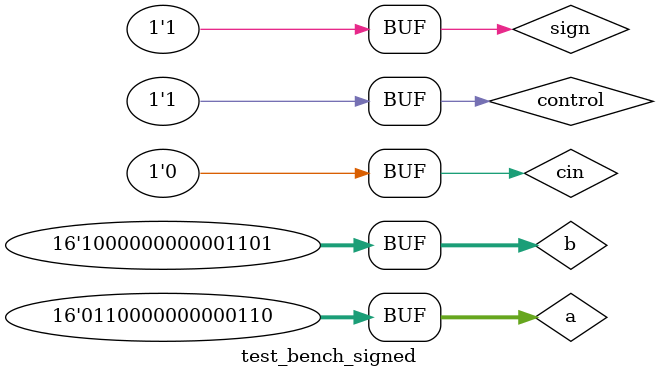
<source format=v>
`timescale 1ns/1ps

module test_bench_signed();

	// Test bench for the control_unit. 

	reg [15:0] a;
    reg [15:0] b;
    reg cin = 0;
    reg control = 0;
    reg sign = 0;
	wire [15:0] sum;
    wire cout;
    wire OF;

	CLA_16bit_h c(a,b,cin,control, sign,sum,cout, OF);

    // control_bit - 0 ,1
    // input - a,b,cin,control_bit
    // output - sum, cout

	initial begin

		$dumpfile("test_with_higher_order.vcd");
		$dumpvars(0,test_bench_signed);
        // unsigned
		a = 16'b0000000000000010; 
        b = 16'b0000000000000011; #20;
		a = 16'b1000000000000011; 
        b = 16'b1000000000000010; #20;
		a = 16'b1000000000001011; 
        b = 16'b0000000000000111; 
        control =1; #20;

        sign = 1;
        control = 0;
        // signed
        a = 16'b0000000000000010; 
        b = 16'b0000000000000011; #20;
		a = 16'b0100000000000011; 
        b = 16'b0100000000000010; #20;
        a = 16'b1111111111111101; 
        b = 16'b1111111111111110; #20;
        a = 16'b1000000000000110; 
        b = 16'b1000000000001101; #20;
        a = 16'b0000000000000110; 
        b = 16'b1111111111111101; #20;
        a = 16'b0000000000001101; 
        b = 16'b1111111111111111; 
        control = 1; #20;
        a = 16'b0110000000000110; 
        b = 16'b1000000000001101; 
        control = 1; #20;

	end

endmodule
</source>
